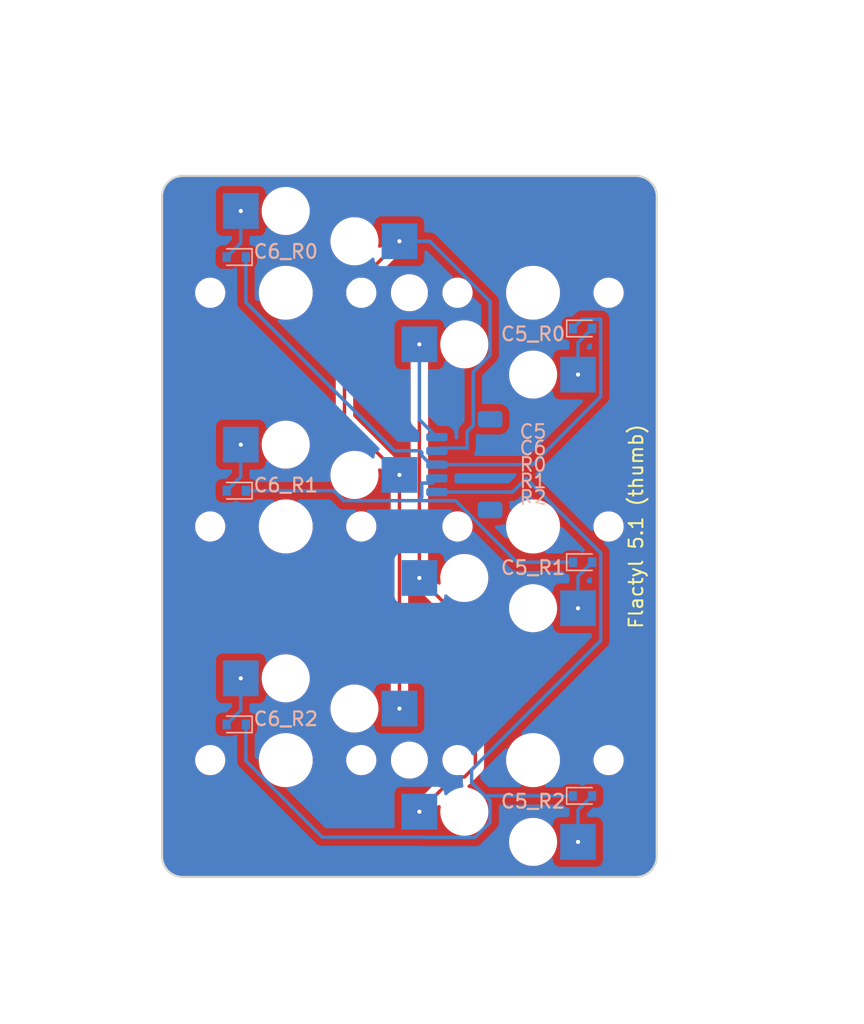
<source format=kicad_pcb>
(kicad_pcb (version 20221018) (generator pcbnew)
  (title_block (title "thumb") (rev "v1.0.0") (company "Unknown"))
  (layers (0 "F.Cu" signal) (31 "B.Cu" signal) (34 "B.Paste" user) (35 "F.Paste" user) (36 "B.SilkS" user "B.Silkscreen") (37 "F.SilkS" user "F.Silkscreen") (38 "B.Mask" user) (39 "F.Mask" user) (44 "Edge.Cuts" user))
  (net 0 "")
  (net 1 "C5")
  (net 2 "C6")
  (net 3 "R0")
  (net 4 "R1")
  (net 5 "R2")
  (net 6 "C5_R0D")
  (net 7 "C5_R1D")
  (net 8 "C5_R2D")
  (net 9 "C6_R0D")
  (net 10 "C6_R1D")
  (net 11 "C6_R2D")
  (footprint "MountingHole_2.2mm_M2" (layer "F.Cu") (at 9 0)
    (fp_text reference "H2" hide)
    (fp_text value "" (at 0 0) (layer "F.SilkS") (effects (font (size 1.27 1.27))))
    (pad "" np_thru_hole circle (at 0 0) (size 2.2 2.2) (drill 2.2) (layers "*.Cu" "*.Mask"))
  )
  (footprint "MountingHole_2.2mm_M2" (layer "F.Cu") (at 9 -34)
    (fp_text reference "H1" hide)
    (fp_text value "" (at 0 0) (layer "F.SilkS") (effects (font (size 1.27 1.27))))
    (pad "" np_thru_hole circle (at 0 0) (size 2.2 2.2) (drill 2.2) (layers "*.Cu" "*.Mask"))
  )
  (footprint "somelogo" (layer "F.Cu") (at 18 -54)
    (fp_text reference "T3" hide)
    (fp_text value "y")
  )
  (footprint "somelogo" (layer "F.Cu") (at 38 -34)
    (fp_text reference "T2" hide)
    (fp_text value "x")
  )
  (footprint "somelogo" (layer "F.Cu") (at 25.5 -17 -90)
    (fp_text reference "T1" hide)
    (fp_text value "Flactyl 5.1 (thumb)" (at 0 0 270) (layer "F.SilkS"))
  )
  (footprint "JST_SH_SM05B-SRSS-TB_1x05-1MP_P1.00mm_Horizontal" (layer "B.Cu") (at 13 -21.5 -90)
    (fp_text reference "JC1" hide)
    (fp_text value "" (at 0 0 -90) (layer "F.SilkS") (effects (font (size 1.27 1.27))))
    (fp_text user "C5" (at -2.4 -5 unlocked) (layer "B.SilkS"))
    (fp_text user "R2" (at 2.4 -5 unlocked) (layer "B.SilkS"))
    (fp_text user "C6" (at -1.2 -5 unlocked) (layer "B.SilkS"))
    (fp_text user "R0" (at 0 -5 unlocked) (layer "B.SilkS"))
    (fp_text user "R1" (at 1.2 -5 unlocked) (layer "B.SilkS"))
    (pad "1" smd roundrect (at -2 2 270) (size 0.6 1.55) (layers "B.Cu" "B.Paste" "B.Mask") (net 1 "C5"))
    (pad "2" smd roundrect (at -1 2 270) (size 0.6 1.55) (layers "B.Cu" "B.Paste" "B.Mask") (net 2 "C6"))
    (pad "3" smd roundrect (at 0 2 270) (size 0.6 1.55) (layers "B.Cu" "B.Paste" "B.Mask") (net 3 "R0"))
    (pad "4" smd roundrect (at 1 2 270) (size 0.6 1.55) (layers "B.Cu" "B.Paste" "B.Mask") (net 4 "R1"))
    (pad "5" smd roundrect (at 2 2 270) (size 0.6 1.55) (layers "B.Cu" "B.Paste" "B.Mask") (net 5 "R2"))
    (pad "MP" smd roundrect (at -3.3 -1.875 270) (size 1.2 1.8) (layers "B.Cu" "B.Paste" "B.Mask") (roundrect_rratio 0.2083333333))
    (pad "MP" smd roundrect (at 3.3 -1.875 270) (size 1.2 1.8) (layers "B.Cu" "B.Paste" "B.Mask") (roundrect_rratio 0.2083333333))
  )
  (footprint "D_SOD-523" (layer "B.Cu") (at -3.6 -36.6 180)
    (fp_text reference "D4" hide)
    (fp_text value "D_SOD-523")
    (fp_line (start -1.15 -0.6) (end -1.15 0.6) (stroke (width 0.12)) (layer "B.SilkS"))
    (fp_line (start 0.7 -0.6) (end -1.15 -0.6) (stroke (width 0.12)) (layer "B.SilkS"))
    (fp_line (start 0.7 0.6) (end -1.15 0.6) (stroke (width 0.12)) (layer "B.SilkS"))
    (pad "1" smd rect (at -0.7 0 180) (size 0.6 0.7) (layers "B.Cu" "B.Paste" "B.Mask") (net 3 "R0"))
    (pad "2" smd rect (at 0.7 0 180) (size 0.6 0.7) (layers "B.Cu" "B.Paste" "B.Mask") (net 9 "C6_R0D"))
  )
  (footprint "Kailh_socket_PG1350_no_silk" (layer "B.Cu") (at 18 -17)
    (fp_text reference "S2" hide)
    (fp_text value "" (at 0 0) (layer "F.SilkS") (effects (font (size 1.27 1.27))))
    (fp_text user "C5_R1" (at 0 3) (layer "B.SilkS"))
    (fp_text user "C5_R1" (at 0 3) (layer "F.SilkS"))
    (pad "" np_thru_hole circle (at -5.5 0) (size 1.7018 1.7018) (drill 1.7018) (layers "*.Cu" "*.Mask"))
    (pad "" np_thru_hole circle (at -5 3.75) (size 3 3) (drill 3) (layers "*.Cu" "*.Mask"))
    (pad "" np_thru_hole circle (at 0 0) (size 3.429 3.429) (drill 3.429) (layers "*.Cu" "*.Mask"))
    (pad "" np_thru_hole circle (at 0 5.95) (size 3 3) (drill 3) (layers "*.Cu" "*.Mask"))
    (pad "" np_thru_hole circle (at 5.5 0) (size 1.7018 1.7018) (drill 1.7018) (layers "*.Cu" "*.Mask"))
    (pad "1" smd rect (at 3.275 5.95) (size 2.6 2.6) (layers "B.Cu" "B.Paste" "B.Mask") (net 7 "C5_R1D"))
    (pad "2" smd rect (at -8.275 3.75) (size 2.6 2.6) (layers "B.Cu" "B.Paste" "B.Mask") (net 1 "C5"))
    (pad "3" thru_hole circle (at 3.275 5.95) (size 0.6 0.6) (drill 0.3) (layers "*.Cu") (net 7 "C5_R1D"))
    (pad "4" thru_hole circle (at -8.275 3.75) (size 0.6 0.6) (drill 0.3) (layers "*.Cu") (net 1 "C5"))
  )
  (footprint "D_SOD-523" (layer "B.Cu") (at -3.6 -2.6 180)
    (fp_text reference "D6" hide)
    (fp_text value "D_SOD-523")
    (fp_line (start -1.15 -0.6) (end -1.15 0.6) (stroke (width 0.12)) (layer "B.SilkS"))
    (fp_line (start 0.7 -0.6) (end -1.15 -0.6) (stroke (width 0.12)) (layer "B.SilkS"))
    (fp_line (start 0.7 0.6) (end -1.15 0.6) (stroke (width 0.12)) (layer "B.SilkS"))
    (pad "1" smd rect (at -0.7 0 180) (size 0.6 0.7) (layers "B.Cu" "B.Paste" "B.Mask") (net 5 "R2"))
    (pad "2" smd rect (at 0.7 0 180) (size 0.6 0.7) (layers "B.Cu" "B.Paste" "B.Mask") (net 11 "C6_R2D"))
  )
  (footprint "D_SOD-523" (layer "B.Cu") (at 21.6 -31.4)
    (fp_text reference "D1" hide)
    (fp_text value "D_SOD-523")
    (fp_line (start -1.15 -0.6) (end -1.15 0.6) (stroke (width 0.12)) (layer "B.SilkS"))
    (fp_line (start 0.7 -0.6) (end -1.15 -0.6) (stroke (width 0.12)) (layer "B.SilkS"))
    (fp_line (start 0.7 0.6) (end -1.15 0.6) (stroke (width 0.12)) (layer "B.SilkS"))
    (pad "1" smd rect (at -0.7 0) (size 0.6 0.7) (layers "B.Cu" "B.Paste" "B.Mask") (net 3 "R0"))
    (pad "2" smd rect (at 0.7 0) (size 0.6 0.7) (layers "B.Cu" "B.Paste" "B.Mask") (net 6 "C5_R0D"))
  )
  (footprint "Kailh_socket_PG1350_no_silk" (layer "B.Cu") (at 18 -34)
    (fp_text reference "S1" hide)
    (fp_text value "" (at 0 0) (layer "F.SilkS") (effects (font (size 1.27 1.27))))
    (fp_text user "C5_R0" (at 0 3) (layer "B.SilkS"))
    (fp_text user "C5_R0" (at 0 3) (layer "F.SilkS"))
    (pad "" np_thru_hole circle (at -5.5 0) (size 1.7018 1.7018) (drill 1.7018) (layers "*.Cu" "*.Mask"))
    (pad "" np_thru_hole circle (at -5 3.75) (size 3 3) (drill 3) (layers "*.Cu" "*.Mask"))
    (pad "" np_thru_hole circle (at 0 0) (size 3.429 3.429) (drill 3.429) (layers "*.Cu" "*.Mask"))
    (pad "" np_thru_hole circle (at 0 5.95) (size 3 3) (drill 3) (layers "*.Cu" "*.Mask"))
    (pad "" np_thru_hole circle (at 5.5 0) (size 1.7018 1.7018) (drill 1.7018) (layers "*.Cu" "*.Mask"))
    (pad "1" smd rect (at 3.275 5.95) (size 2.6 2.6) (layers "B.Cu" "B.Paste" "B.Mask") (net 6 "C5_R0D"))
    (pad "2" smd rect (at -8.275 3.75) (size 2.6 2.6) (layers "B.Cu" "B.Paste" "B.Mask") (net 1 "C5"))
    (pad "3" thru_hole circle (at 3.275 5.95) (size 0.6 0.6) (drill 0.3) (layers "*.Cu") (net 6 "C5_R0D"))
    (pad "4" thru_hole circle (at -8.275 3.75) (size 0.6 0.6) (drill 0.3) (layers "*.Cu") (net 1 "C5"))
  )
  (footprint "D_SOD-523" (layer "B.Cu") (at 21.6 -14.4)
    (fp_text reference "D2" hide)
    (fp_text value "D_SOD-523")
    (fp_line (start -1.15 -0.6) (end -1.15 0.6) (stroke (width 0.12)) (layer "B.SilkS"))
    (fp_line (start 0.7 -0.6) (end -1.15 -0.6) (stroke (width 0.12)) (layer "B.SilkS"))
    (fp_line (start 0.7 0.6) (end -1.15 0.6) (stroke (width 0.12)) (layer "B.SilkS"))
    (pad "1" smd rect (at -0.7 0) (size 0.6 0.7) (layers "B.Cu" "B.Paste" "B.Mask") (net 4 "R1"))
    (pad "2" smd rect (at 0.7 0) (size 0.6 0.7) (layers "B.Cu" "B.Paste" "B.Mask") (net 7 "C5_R1D"))
  )
  (footprint "Kailh_socket_PG1350_no_silk" (layer "B.Cu") (at 0 -17 180)
    (fp_text reference "S5" hide)
    (fp_text value "" (at 0 0 180) (layer "F.SilkS") (effects (font (size 1.27 1.27))))
    (fp_text user "C6_R1" (at 0 3 180) (layer "B.SilkS"))
    (fp_text user "C6_R1" (at 0 3 180) (layer "F.SilkS"))
    (pad "" np_thru_hole circle (at -5.5 0) (size 1.7018 1.7018) (drill 1.7018) (layers "*.Cu" "*.Mask"))
    (pad "" np_thru_hole circle (at -5 3.75) (size 3 3) (drill 3) (layers "*.Cu" "*.Mask"))
    (pad "" np_thru_hole circle (at 0 0) (size 3.429 3.429) (drill 3.429) (layers "*.Cu" "*.Mask"))
    (pad "" np_thru_hole circle (at 0 5.95) (size 3 3) (drill 3) (layers "*.Cu" "*.Mask"))
    (pad "" np_thru_hole circle (at 5.5 0) (size 1.7018 1.7018) (drill 1.7018) (layers "*.Cu" "*.Mask"))
    (pad "1" smd rect (at 3.275 5.95) (size 2.6 2.6) (layers "B.Cu" "B.Paste" "B.Mask") (net 10 "C6_R1D"))
    (pad "2" smd rect (at -8.275 3.75) (size 2.6 2.6) (layers "B.Cu" "B.Paste" "B.Mask") (net 2 "C6"))
    (pad "3" thru_hole circle (at 3.275 5.95) (size 0.6 0.6) (drill 0.3) (layers "*.Cu") (net 10 "C6_R1D"))
    (pad "4" thru_hole circle (at -8.275 3.75) (size 0.6 0.6) (drill 0.3) (layers "*.Cu") (net 2 "C6"))
  )
  (footprint "Kailh_socket_PG1350_no_silk" (layer "B.Cu") (at 0 0 180)
    (fp_text reference "S6" hide)
    (fp_text value "" (at 0 0 180) (layer "F.SilkS") (effects (font (size 1.27 1.27))))
    (fp_text user "C6_R2" (at 0 3 180) (layer "B.SilkS"))
    (fp_text user "C6_R2" (at 0 3 180) (layer "F.SilkS"))
    (pad "" np_thru_hole circle (at -5.5 0) (size 1.7018 1.7018) (drill 1.7018) (layers "*.Cu" "*.Mask"))
    (pad "" np_thru_hole circle (at -5 3.75) (size 3 3) (drill 3) (layers "*.Cu" "*.Mask"))
    (pad "" np_thru_hole circle (at 0 0) (size 3.429 3.429) (drill 3.429) (layers "*.Cu" "*.Mask"))
    (pad "" np_thru_hole circle (at 0 5.95) (size 3 3) (drill 3) (layers "*.Cu" "*.Mask"))
    (pad "" np_thru_hole circle (at 5.5 0) (size 1.7018 1.7018) (drill 1.7018) (layers "*.Cu" "*.Mask"))
    (pad "1" smd rect (at 3.275 5.95) (size 2.6 2.6) (layers "B.Cu" "B.Paste" "B.Mask") (net 11 "C6_R2D"))
    (pad "2" smd rect (at -8.275 3.75) (size 2.6 2.6) (layers "B.Cu" "B.Paste" "B.Mask") (net 2 "C6"))
    (pad "3" thru_hole circle (at 3.275 5.95) (size 0.6 0.6) (drill 0.3) (layers "*.Cu") (net 11 "C6_R2D"))
    (pad "4" thru_hole circle (at -8.275 3.75) (size 0.6 0.6) (drill 0.3) (layers "*.Cu") (net 2 "C6"))
  )
  (footprint "Kailh_socket_PG1350_no_silk" (layer "B.Cu") (at 0 -34 180)
    (fp_text reference "S4" hide)
    (fp_text value "" (at 0 0 180) (layer "F.SilkS") (effects (font (size 1.27 1.27))))
    (fp_text user "C6_R0" (at 0 3 180) (layer "B.SilkS"))
    (fp_text user "C6_R0" (at 0 3 180) (layer "F.SilkS"))
    (pad "" np_thru_hole circle (at -5.5 0) (size 1.7018 1.7018) (drill 1.7018) (layers "*.Cu" "*.Mask"))
    (pad "" np_thru_hole circle (at -5 3.75) (size 3 3) (drill 3) (layers "*.Cu" "*.Mask"))
    (pad "" np_thru_hole circle (at 0 0) (size 3.429 3.429) (drill 3.429) (layers "*.Cu" "*.Mask"))
    (pad "" np_thru_hole circle (at 0 5.95) (size 3 3) (drill 3) (layers "*.Cu" "*.Mask"))
    (pad "" np_thru_hole circle (at 5.5 0) (size 1.7018 1.7018) (drill 1.7018) (layers "*.Cu" "*.Mask"))
    (pad "1" smd rect (at 3.275 5.95) (size 2.6 2.6) (layers "B.Cu" "B.Paste" "B.Mask") (net 9 "C6_R0D"))
    (pad "2" smd rect (at -8.275 3.75) (size 2.6 2.6) (layers "B.Cu" "B.Paste" "B.Mask") (net 2 "C6"))
    (pad "3" thru_hole circle (at 3.275 5.95) (size 0.6 0.6) (drill 0.3) (layers "*.Cu") (net 9 "C6_R0D"))
    (pad "4" thru_hole circle (at -8.275 3.75) (size 0.6 0.6) (drill 0.3) (layers "*.Cu") (net 2 "C6"))
  )
  (footprint "D_SOD-523" (layer "B.Cu") (at 21.6 2.6)
    (fp_text reference "D3" hide)
    (fp_text value "D_SOD-523")
    (fp_line (start -1.15 -0.6) (end -1.15 0.6) (stroke (width 0.12)) (layer "B.SilkS"))
    (fp_line (start 0.7 -0.6) (end -1.15 -0.6) (stroke (width 0.12)) (layer "B.SilkS"))
    (fp_line (start 0.7 0.6) (end -1.15 0.6) (stroke (width 0.12)) (layer "B.SilkS"))
    (pad "1" smd rect (at -0.7 0) (size 0.6 0.7) (layers "B.Cu" "B.Paste" "B.Mask") (net 5 "R2"))
    (pad "2" smd rect (at 0.7 0) (size 0.6 0.7) (layers "B.Cu" "B.Paste" "B.Mask") (net 8 "C5_R2D"))
  )
  (footprint "D_SOD-523" (layer "B.Cu") (at -3.6 -19.6 180)
    (fp_text reference "D5" hide)
    (fp_text value "D_SOD-523")
    (fp_line (start -1.15 -0.6) (end -1.15 0.6) (stroke (width 0.12)) (layer "B.SilkS"))
    (fp_line (start 0.7 -0.6) (end -1.15 -0.6) (stroke (width 0.12)) (layer "B.SilkS"))
    (fp_line (start 0.7 0.6) (end -1.15 0.6) (stroke (width 0.12)) (layer "B.SilkS"))
    (pad "1" smd rect (at -0.7 0 180) (size 0.6 0.7) (layers "B.Cu" "B.Paste" "B.Mask") (net 4 "R1"))
    (pad "2" smd rect (at 0.7 0 180) (size 0.6 0.7) (layers "B.Cu" "B.Paste" "B.Mask") (net 10 "C6_R1D"))
  )
  (footprint "Kailh_socket_PG1350_no_silk" (layer "B.Cu") (at 18 0)
    (fp_text reference "S3" hide)
    (fp_text value "" (at 0 0) (layer "F.SilkS") (effects (font (size 1.27 1.27))))
    (fp_text user "C5_R2" (at 0 3) (layer "B.SilkS"))
    (fp_text user "C5_R2" (at 0 3) (layer "F.SilkS"))
    (pad "" np_thru_hole circle (at -5.5 0) (size 1.7018 1.7018) (drill 1.7018) (layers "*.Cu" "*.Mask"))
    (pad "" np_thru_hole circle (at -5 3.75) (size 3 3) (drill 3) (layers "*.Cu" "*.Mask"))
    (pad "" np_thru_hole circle (at 0 0) (size 3.429 3.429) (drill 3.429) (layers "*.Cu" "*.Mask"))
    (pad "" np_thru_hole circle (at 0 5.95) (size 3 3) (drill 3) (layers "*.Cu" "*.Mask"))
    (pad "" np_thru_hole circle (at 5.5 0) (size 1.7018 1.7018) (drill 1.7018) (layers "*.Cu" "*.Mask"))
    (pad "1" smd rect (at 3.275 5.95) (size 2.6 2.6) (layers "B.Cu" "B.Paste" "B.Mask") (net 8 "C5_R2D"))
    (pad "2" smd rect (at -8.275 3.75) (size 2.6 2.6) (layers "B.Cu" "B.Paste" "B.Mask") (net 1 "C5"))
    (pad "3" thru_hole circle (at 3.275 5.95) (size 0.6 0.6) (drill 0.3) (layers "*.Cu") (net 8 "C5_R2D"))
    (pad "4" thru_hole circle (at -8.275 3.75) (size 0.6 0.6) (drill 0.3) (layers "*.Cu") (net 1 "C5"))
  )
  (gr_arc (start -9 -41) (mid -8.56066 -42.06066) (end -7.5 -42.5) (stroke (width 0.15)) (layer "Edge.Cuts"))
  (gr_arc (start 25.5 -42.5) (mid 26.56066 -42.06066) (end 27 -41) (stroke (width 0.15)) (layer "Edge.Cuts"))
  (gr_arc (start 27 7) (mid 26.56066 8.06066) (end 25.5 8.5) (stroke (width 0.15)) (layer "Edge.Cuts"))
  (gr_line (start 27 7) (end 27 -41) (stroke (width 0.15)) (layer "Edge.Cuts"))
  (gr_arc (start -7.5 8.5) (mid -8.56066 8.06066) (end -9 7) (stroke (width 0.15)) (layer "Edge.Cuts"))
  (gr_line (start -9 7) (end -9 -41) (stroke (width 0.15)) (layer "Edge.Cuts"))
  (gr_line (start -7.5 8.5) (end 25.5 8.5) (stroke (width 0.15)) (layer "Edge.Cuts"))
  (gr_line (start -7.5 -42.5) (end 25.5 -42.5) (stroke (width 0.15)) (layer "Edge.Cuts"))
  (segment (start 13.8 -9.175) (end 9.725 -13.25) (width 0.25) (layer "F.Cu") (net 1))
  (segment (start 13.007784 1.2259) (end 13.8 0.433684) (width 0.25) (layer "F.Cu") (net 1))
  (segment (start 13.8 0.433684) (end 13.8 -9.175) (width 0.25) (layer "F.Cu") (net 1))
  (segment (start 9.725 3.75) (end 12.2491 1.2259) (width 0.25) (layer "F.Cu") (net 1))
  (segment (start 12.2491 1.2259) (end 13.007784 1.2259) (width 0.25) (layer "F.Cu") (net 1))
  (segment (start 9.725 -13.25) (end 9.725 -30.25) (width 0.25) (layer "F.Cu") (net 1))
  (segment (start 9.725 -24.775) (end 11 -23.5) (width 0.25) (layer "B.Cu") (net 1))
  (segment (start 9.725 -30.25) (end 9.725 -24.775) (width 0.25) (layer "B.Cu") (net 1))
  (segment (start 8.275 -20.75) (end 8.275 -3.75) (width 0.25) (layer "F.Cu") (net 2))
  (segment (start 4.2741 -34.507784) (end 4.2741 -24.7509) (width 0.25) (layer "F.Cu") (net 2))
  (segment (start 8.275 -37.75) (end 5.7509 -35.2259) (width 0.25) (layer "F.Cu") (net 2))
  (segment (start 5.7509 -35.2259) (end 4.992216 -35.2259) (width 0.25) (layer "F.Cu") (net 2))
  (segment (start 4.992216 -35.2259) (end 4.2741 -34.507784) (width 0.25) (layer "F.Cu") (net 2))
  (segment (start 4.2741 -24.7509) (end 8.275 -20.75) (width 0.25) (layer "F.Cu") (net 2))
  (segment (start 13.65 -24.35) (end 13.2 -23.9) (width 0.25) (layer "B.Cu") (net 2))
  (segment (start 8.275 -37.75) (end 10.483684 -37.75) (width 0.25) (layer "B.Cu") (net 2))
  (segment (start 10.483684 -37.75) (end 14.875 -33.358684) (width 0.25) (layer "B.Cu") (net 2))
  (segment (start 11.2 -22.7) (end 11 -22.5) (width 0.25) (layer "B.Cu") (net 2))
  (segment (start 14.875 -29.47335) (end 13.65 -28.24835) (width 0.25) (layer "B.Cu") (net 2))
  (segment (start 13.2 -22.7) (end 11.2 -22.7) (width 0.25) (layer "B.Cu") (net 2))
  (segment (start 13.65 -28.24835) (end 13.65 -24.35) (width 0.25) (layer "B.Cu") (net 2))
  (segment (start 13.2 -23.9) (end 13.2 -22.7) (width 0.25) (layer "B.Cu") (net 2))
  (segment (start 14.875 -33.358684) (end 14.875 -29.47335) (width 0.25) (layer "B.Cu") (net 2))
  (segment (start 7.907017 -22.507017) (end 9.767983 -22.507017) (width 0.25) (layer "B.Cu") (net 3))
  (segment (start -2.9 -33.314035) (end 7.907017 -22.507017) (width 0.25) (layer "B.Cu") (net 3))
  (segment (start 17.975 -21.5) (end 22.925 -26.45) (width 0.25) (layer "B.Cu") (net 3))
  (segment (start 9.767983 -22.507017) (end 9.9 -22.375) (width 0.25) (layer "B.Cu") (net 3))
  (segment (start 11 -21.5) (end 17.975 -21.5) (width 0.25) (layer "B.Cu") (net 3))
  (segment (start 21.575 -32.075) (end 20.9 -31.4) (width 0.25) (layer "B.Cu") (net 3))
  (segment (start 9.9 -22.375) (end 9.9 -22.153249) (width 0.25) (layer "B.Cu") (net 3))
  (segment (start 9.9 -22.153249) (end 10.553249 -21.5) (width 0.25) (layer "B.Cu") (net 3))
  (segment (start 10.553249 -21.5) (end 11 -21.5) (width 0.25) (layer "B.Cu") (net 3))
  (segment (start 22.925 -32.075) (end 21.575 -32.075) (width 0.25) (layer "B.Cu") (net 3))
  (segment (start 22.925 -26.45) (end 22.925 -32.075) (width 0.25) (layer "B.Cu") (net 3))
  (segment (start -2.9 -36.6) (end -2.9 -33.314035) (width 0.25) (layer "B.Cu") (net 3))
  (segment (start 4.22335 -18.875) (end 9.65 -18.875) (width 0.25) (layer "B.Cu") (net 4))
  (segment (start 9.65 -18.875) (end 9.9 -19.125) (width 0.25) (layer "B.Cu") (net 4))
  (segment (start 12.358684 -18.875) (end 9.65 -18.875) (width 0.25) (layer "B.Cu") (net 4))
  (segment (start 3.49835 -19.6) (end 4.22335 -18.875) (width 0.25) (layer "B.Cu") (net 4))
  (segment (start 11 -20.5) (end 10.653249 -20.153249) (width 0.25) (layer "B.Cu") (net 4))
  (segment (start 10.653249 -20.153249) (end 9.9 -20.153249) (width 0.25) (layer "B.Cu") (net 4))
  (segment (start 9.9 -19.125) (end 9.9 -20.153249) (width 0.25) (layer "B.Cu") (net 4))
  (segment (start 20.9 -14.4) (end 16.833684 -14.4) (width 0.25) (layer "B.Cu") (net 4))
  (segment (start 16.833684 -14.4) (end 12.358684 -18.875) (width 0.25) (layer "B.Cu") (net 4))
  (segment (start -2.9 -19.6) (end 3.49835 -19.6) (width 0.25) (layer "B.Cu") (net 4))
  (segment (start 2.645001 5.6) (end 10.006648 5.6) (width 0.25) (layer "B.Cu") (net 5))
  (segment (start 22.925 -8.691316) (end 13.529149 0.704535) (width 0.25) (layer "B.Cu") (net 5))
  (segment (start 14.875 2.97335) (end 13.529149 1.627499) (width 0.25) (layer "B.Cu") (net 5))
  (segment (start 13.529149 0.704535) (end 13.529149 1.627499) (width 0.25) (layer "B.Cu") (net 5))
  (segment (start 14.50165 2.6) (end 13.529149 1.627499) (width 0.25) (layer "B.Cu") (net 5))
  (segment (start 16.5 -19.5) (end 11 -19.5) (width 0.25) (layer "B.Cu") (net 5))
  (segment (start 17.5 -20.5) (end 22.925 -15.075) (width 0.25) (layer "B.Cu") (net 5))
  (segment (start 13.77665 5.625) (end 14.875 4.52665) (width 0.25) (layer "B.Cu") (net 5))
  (segment (start 14.875 4.52665) (end 14.875 2.97335) (width 0.25) (layer "B.Cu") (net 5))
  (segment (start 22.925 -15.075) (end 22.925 -8.691316) (width 0.25) (layer "B.Cu") (net 5))
  (segment (start 17.5 -20.5) (end 16.5 -19.5) (width 0.25) (layer "B.Cu") (net 5))
  (segment (start -2.9 -2.6) (end -2.9 0.054999) (width 0.25) (layer "B.Cu") (net 5))
  (segment (start 20.9 2.6) (end 14.50165 2.6) (width 0.25) (layer "B.Cu") (net 5))
  (segment (start -2.9 0.054999) (end 2.645001 5.6) (width 0.25) (layer "B.Cu") (net 5))
  (segment (start 10.006648 5.6) (end 10.031648 5.625) (width 0.25) (layer "B.Cu") (net 5))
  (segment (start 10.031648 5.625) (end 13.77665 5.625) (width 0.25) (layer "B.Cu") (net 5))
  (segment (start 21.275 -30.375) (end 22.3 -31.4) (width 0.25) (layer "B.Cu") (net 6))
  (segment (start 21.275 -28.05) (end 21.275 -30.375) (width 0.25) (layer "B.Cu") (net 6))
  (segment (start 21.275 -11.05) (end 21.275 -13.375) (width 0.25) (layer "B.Cu") (net 7))
  (segment (start 21.275 -13.375) (end 22.3 -14.4) (width 0.25) (layer "B.Cu") (net 7))
  (segment (start 21.275 3.625) (end 22.3 2.6) (width 0.25) (layer "B.Cu") (net 8))
  (segment (start 21.275 5.95) (end 21.275 3.625) (width 0.25) (layer "B.Cu") (net 8))
  (segment (start -3.275 -37.625) (end -4.3 -36.6) (width 0.25) (layer "B.Cu") (net 9))
  (segment (start -3.275 -39.95) (end -3.275 -37.625) (width 0.25) (layer "B.Cu") (net 9))
  (segment (start -3.275 -20.625) (end -4.3 -19.6) (width 0.25) (layer "B.Cu") (net 10))
  (segment (start -3.275 -22.95) (end -3.275 -20.625) (width 0.25) (layer "B.Cu") (net 10))
  (segment (start -3.275 -3.625) (end -4.3 -2.6) (width 0.25) (layer "B.Cu") (net 11))
  (segment (start -3.275 -5.95) (end -3.275 -3.625) (width 0.25) (layer "B.Cu") (net 11))
  (zone (net 0) (net_name "") (layers "F&B.Cu") (connect_pads (clearance 0.508)) (min_thickness 0.25) (fill yes (thermal_gap 0.5) (thermal_bridge_width 0.5) (island_removal_mode 1) (island_area_min 10))
    (polygon (pts (xy -20.8 -55.3) (xy -20.2 19.2) (xy 42.1 18.2) (xy 40.4 -53.8)))
  )
)
</source>
